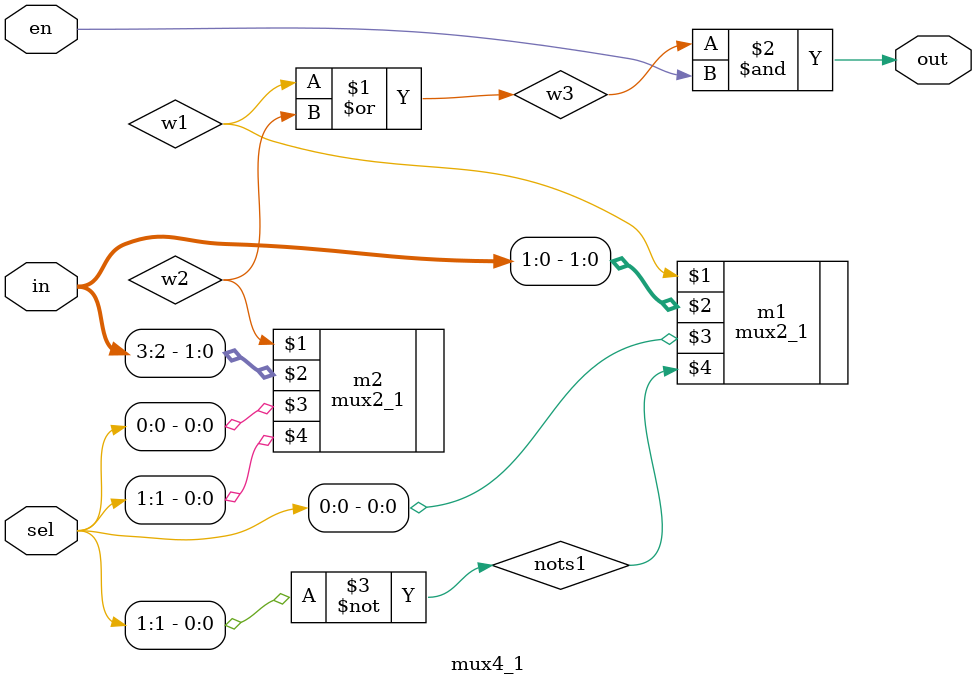
<source format=v>
`timescale 1ns / 1ps


module mux4_1(output out,
              input [3:0]in,
              input [1:0]sel,
              input en);
              
wire nots0,w1,w2,w3;

not n1(nots1,sel[1]);
mux2_1 m1(w1,in[1:0],sel[0],nots1);
mux2_1 m2(w2,in[3:2],sel[0],sel[1]);
or o1(w3,w1,w2);
and a1(out,w3,en);
              
              
endmodule

</source>
